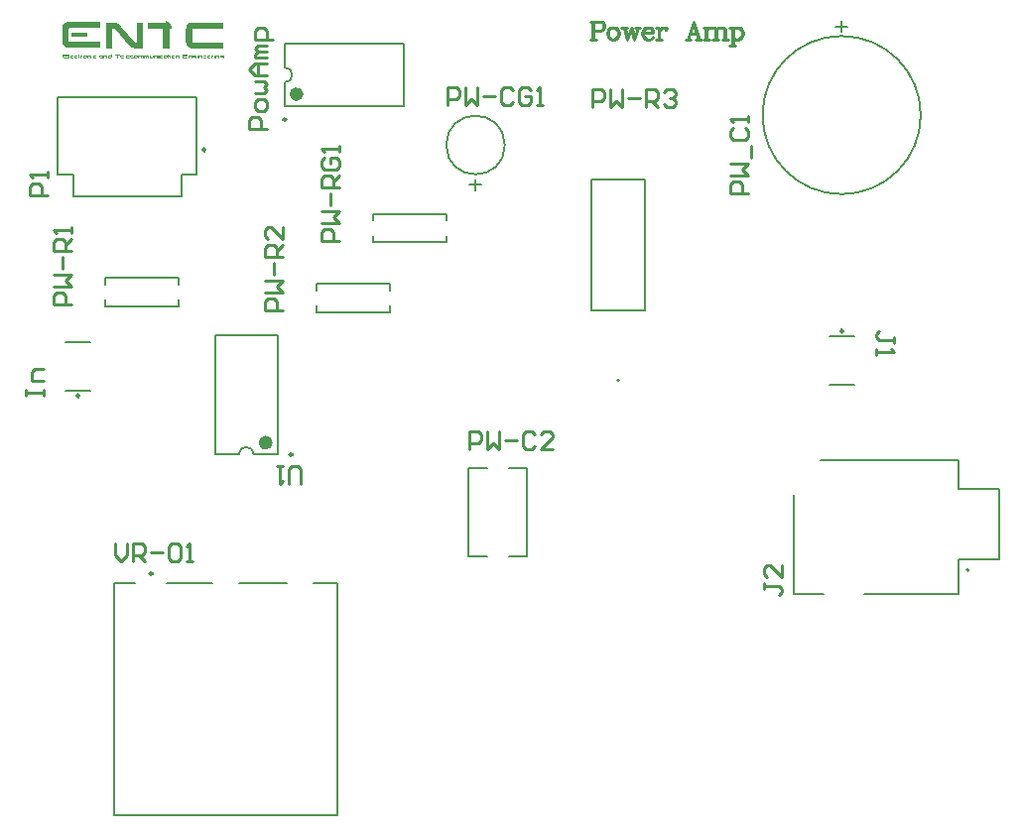
<source format=gto>
G04*
G04 #@! TF.GenerationSoftware,Altium Limited,Altium Designer,25.2.1 (25)*
G04*
G04 Layer_Color=65535*
%FSLAX25Y25*%
%MOIN*%
G70*
G04*
G04 #@! TF.SameCoordinates,C35E73BE-C39F-499D-9B8D-0DC63BFC9BBD*
G04*
G04*
G04 #@! TF.FilePolarity,Positive*
G04*
G01*
G75*
%ADD10C,0.00984*%
%ADD11C,0.00787*%
%ADD12C,0.02362*%
%ADD13C,0.00600*%
%ADD14C,0.00500*%
%ADD15C,0.01000*%
%ADD16C,0.00591*%
G36*
X126131Y313880D02*
Y313820D01*
Y313211D01*
X126070D01*
Y313272D01*
X120657D01*
Y313211D01*
X120596D01*
Y313272D01*
X120535D01*
Y313333D01*
X120596D01*
Y314549D01*
X120535D01*
Y314610D01*
X120596D01*
Y314671D01*
X126131D01*
Y313880D01*
D02*
G37*
G36*
X144804Y309440D02*
X142006D01*
Y309501D01*
X141641D01*
Y309562D01*
X141459D01*
Y309623D01*
X141276D01*
Y309683D01*
X141094D01*
Y309744D01*
X140972D01*
Y309805D01*
X140911D01*
Y309866D01*
X140790D01*
Y309927D01*
X140668D01*
Y309988D01*
X140607D01*
Y310049D01*
X140546D01*
Y310109D01*
X140425D01*
Y310170D01*
X140364D01*
Y310231D01*
X140303D01*
Y310292D01*
X140242D01*
Y310353D01*
X140181D01*
Y310413D01*
X140121D01*
Y310474D01*
X140060D01*
Y310535D01*
X139999D01*
Y310596D01*
X139938D01*
Y310718D01*
X139877D01*
Y310778D01*
X139816D01*
Y310839D01*
X139756D01*
Y310900D01*
X139695D01*
Y310961D01*
X139634D01*
Y311022D01*
X139573D01*
Y311143D01*
X139512D01*
Y311204D01*
X139452D01*
Y311265D01*
X139391D01*
Y311326D01*
X139330D01*
Y311387D01*
X139269D01*
Y311447D01*
X139208D01*
Y311569D01*
X139147D01*
Y311630D01*
X139087D01*
Y311691D01*
X139026D01*
Y311752D01*
X138965D01*
Y311812D01*
X138904D01*
Y311873D01*
X138843D01*
Y311995D01*
X138783D01*
Y312056D01*
X138722D01*
Y312117D01*
X138661D01*
Y312177D01*
X138600D01*
Y312238D01*
X138539D01*
Y312299D01*
X138478D01*
Y312421D01*
X138417D01*
Y312481D01*
X138357D01*
Y312542D01*
X138296D01*
Y312603D01*
X138235D01*
Y312664D01*
X138174D01*
Y312725D01*
X138113D01*
Y312846D01*
X138053D01*
Y312907D01*
X137992D01*
Y312968D01*
X137931D01*
Y313029D01*
X137870D01*
Y313090D01*
X137809D01*
Y313151D01*
X137749D01*
Y313272D01*
X137688D01*
Y313333D01*
X137627D01*
Y313394D01*
X137566D01*
Y313455D01*
X137505D01*
Y313515D01*
X137444D01*
Y313576D01*
X137383D01*
Y313698D01*
X137323D01*
Y313759D01*
X137262D01*
Y313820D01*
X137201D01*
Y313880D01*
X137140D01*
Y313941D01*
X137079D01*
Y314002D01*
X137019D01*
Y314124D01*
X136958D01*
Y314184D01*
X136897D01*
Y314245D01*
X136836D01*
Y314306D01*
X136775D01*
Y314367D01*
X136714D01*
Y314428D01*
X136654D01*
Y314549D01*
X136593D01*
Y314610D01*
X136532D01*
Y314671D01*
X136471D01*
Y314732D01*
X136410D01*
Y314793D01*
X136349D01*
Y314854D01*
X136289D01*
Y314975D01*
X136228D01*
Y315036D01*
X136167D01*
Y315097D01*
X136106D01*
Y315158D01*
X136045D01*
Y315219D01*
X135985D01*
Y315279D01*
X135924D01*
Y315401D01*
X135863D01*
Y315462D01*
X135802D01*
Y315523D01*
X135741D01*
Y315583D01*
X135680D01*
Y315644D01*
X135620D01*
Y315705D01*
X135559D01*
Y315766D01*
X135437D01*
Y315827D01*
X135376D01*
Y315888D01*
X135255D01*
Y315949D01*
X135194D01*
Y316009D01*
X135011D01*
Y316070D01*
X134829D01*
Y316131D01*
X134464D01*
Y309440D01*
X132396D01*
Y318138D01*
X135255D01*
Y318077D01*
X135559D01*
Y318017D01*
X135741D01*
Y317956D01*
X135924D01*
Y317895D01*
X136045D01*
Y317834D01*
X136167D01*
Y317773D01*
X136289D01*
Y317712D01*
X136349D01*
Y317652D01*
X136471D01*
Y317591D01*
X136532D01*
Y317530D01*
X136654D01*
Y317469D01*
X136714D01*
Y317408D01*
X136775D01*
Y317347D01*
X136836D01*
Y317287D01*
X136897D01*
Y317226D01*
X136958D01*
Y317165D01*
X137019D01*
Y317104D01*
X137079D01*
Y317043D01*
X137140D01*
Y316983D01*
X137201D01*
Y316922D01*
X137262D01*
Y316861D01*
X137323D01*
Y316800D01*
X137383D01*
Y316678D01*
X137444D01*
Y316617D01*
X137505D01*
Y316557D01*
X137566D01*
Y316496D01*
X137627D01*
Y316435D01*
X137688D01*
Y316374D01*
X137749D01*
Y316253D01*
X137809D01*
Y316192D01*
X137870D01*
Y316131D01*
X137931D01*
Y316070D01*
X137992D01*
Y316009D01*
X138053D01*
Y315949D01*
X138113D01*
Y315888D01*
X138174D01*
Y315766D01*
X138235D01*
Y315705D01*
X138296D01*
Y315644D01*
X138357D01*
Y315583D01*
X138417D01*
Y315523D01*
X138478D01*
Y315462D01*
X138539D01*
Y315401D01*
X138600D01*
Y315279D01*
X138661D01*
Y315219D01*
X138722D01*
Y315158D01*
X138783D01*
Y315097D01*
X138843D01*
Y315036D01*
X138904D01*
Y314975D01*
X138965D01*
Y314854D01*
X139026D01*
Y314793D01*
X139087D01*
Y314732D01*
X139147D01*
Y314671D01*
X139208D01*
Y314610D01*
X139269D01*
Y314549D01*
X139330D01*
Y314489D01*
X139391D01*
Y314367D01*
X139452D01*
Y314306D01*
X139512D01*
Y314245D01*
X139573D01*
Y314184D01*
X139634D01*
Y314124D01*
X139695D01*
Y314063D01*
X139756D01*
Y313941D01*
X139816D01*
Y313880D01*
X139877D01*
Y313820D01*
X139938D01*
Y313759D01*
X139999D01*
Y313698D01*
X140060D01*
Y313637D01*
X140121D01*
Y313576D01*
X140181D01*
Y313455D01*
X140242D01*
Y313394D01*
X140303D01*
Y313333D01*
X140364D01*
Y313272D01*
X140425D01*
Y313211D01*
X140486D01*
Y313151D01*
X140546D01*
Y313029D01*
X140607D01*
Y312968D01*
X140668D01*
Y312907D01*
X140729D01*
Y312846D01*
X140790D01*
Y312786D01*
X140850D01*
Y312725D01*
X140911D01*
Y312664D01*
X140972D01*
Y312542D01*
X141033D01*
Y312481D01*
X141094D01*
Y312421D01*
X141155D01*
Y312360D01*
X141216D01*
Y312299D01*
X141276D01*
Y312238D01*
X141337D01*
Y312117D01*
X141398D01*
Y312056D01*
X141459D01*
Y311995D01*
X141520D01*
Y311934D01*
X141580D01*
Y311873D01*
X141702D01*
Y311812D01*
X141763D01*
Y311752D01*
X141824D01*
Y311691D01*
X141945D01*
Y311630D01*
X142067D01*
Y311569D01*
X142189D01*
Y311508D01*
X142371D01*
Y311447D01*
X142736D01*
Y318138D01*
X144804D01*
Y309440D01*
D02*
G37*
G36*
X130267Y316313D02*
X120170D01*
Y316253D01*
X120048D01*
Y316192D01*
X119927D01*
Y316070D01*
X119866D01*
Y311812D01*
X119927D01*
Y311752D01*
X119988D01*
Y311691D01*
X120109D01*
Y311630D01*
X130267D01*
Y311569D01*
X130328D01*
Y309623D01*
X130267D01*
Y309562D01*
X120170D01*
Y309623D01*
X119501D01*
Y309683D01*
X119258D01*
Y309744D01*
X119014D01*
Y309805D01*
X118832D01*
Y309866D01*
X118710D01*
Y309927D01*
X118589D01*
Y309988D01*
X118528D01*
Y310049D01*
X118406D01*
Y310109D01*
X118345D01*
Y310170D01*
X118284D01*
Y310231D01*
X118224D01*
Y310292D01*
X118163D01*
Y310353D01*
X118102D01*
Y310413D01*
X118041D01*
Y310535D01*
X117980D01*
Y310657D01*
X117920D01*
Y310778D01*
X117859D01*
Y310900D01*
X117798D01*
Y311143D01*
X117737D01*
Y316739D01*
X117798D01*
Y316983D01*
X117859D01*
Y317165D01*
X117920D01*
Y317287D01*
X117980D01*
Y317408D01*
X118041D01*
Y317469D01*
X118102D01*
Y317530D01*
X118163D01*
Y317652D01*
X118224D01*
Y317712D01*
X118345D01*
Y317773D01*
X118406D01*
Y317834D01*
X118467D01*
Y317895D01*
X118589D01*
Y317956D01*
X118649D01*
Y318017D01*
X118771D01*
Y318077D01*
X118954D01*
Y318138D01*
X119136D01*
Y318199D01*
X119379D01*
Y318260D01*
X119805D01*
Y318321D01*
X130267D01*
Y316313D01*
D02*
G37*
G36*
X171810Y316131D02*
X161653D01*
Y316070D01*
X161531D01*
Y316009D01*
X161470D01*
Y315949D01*
X161409D01*
Y315888D01*
Y315827D01*
Y311630D01*
X161470D01*
Y311569D01*
X161531D01*
Y311508D01*
X161653D01*
Y311447D01*
X171871D01*
Y309440D01*
X161227D01*
Y309501D01*
X160862D01*
Y309562D01*
X160619D01*
Y309623D01*
X160436D01*
Y309683D01*
X160314D01*
Y309744D01*
X160193D01*
Y309805D01*
X160071D01*
Y309866D01*
X160010D01*
Y309927D01*
X159889D01*
Y309988D01*
X159828D01*
Y310049D01*
X159767D01*
Y310109D01*
X159706D01*
Y310170D01*
X159645D01*
Y310292D01*
X159584D01*
Y310353D01*
X159524D01*
Y310474D01*
X159463D01*
Y310596D01*
X159402D01*
Y310778D01*
X159341D01*
Y310961D01*
X159280D01*
Y311508D01*
X159220D01*
Y316070D01*
X159280D01*
Y316617D01*
X159341D01*
Y316861D01*
X159402D01*
Y316983D01*
X159463D01*
Y317104D01*
X159524D01*
Y317226D01*
X159584D01*
Y317347D01*
X159645D01*
Y317408D01*
X159706D01*
Y317469D01*
X159767D01*
Y317530D01*
X159828D01*
Y317591D01*
X159889D01*
Y317652D01*
X159950D01*
Y317712D01*
X160071D01*
Y317773D01*
X160193D01*
Y317834D01*
X160254D01*
Y317895D01*
X160436D01*
Y317956D01*
X160619D01*
Y318017D01*
X160801D01*
Y318077D01*
X161166D01*
Y318138D01*
X171810D01*
Y316131D01*
D02*
G37*
G36*
X152590Y318503D02*
X152711D01*
Y318442D01*
X152894D01*
Y318381D01*
X153015D01*
Y318321D01*
X153137D01*
Y318260D01*
X153198D01*
Y318199D01*
X153320D01*
Y318138D01*
X153380D01*
Y318077D01*
X153441D01*
Y318017D01*
X153563D01*
Y317956D01*
X153624D01*
Y317895D01*
X153684D01*
Y317834D01*
X153745D01*
Y317773D01*
X153806D01*
Y317712D01*
X153867D01*
Y317591D01*
X153928D01*
Y317530D01*
X153989D01*
Y317469D01*
X154050D01*
Y317347D01*
X154110D01*
Y317226D01*
X154171D01*
Y317104D01*
X154232D01*
Y316983D01*
X154293D01*
Y316800D01*
X154354D01*
Y316678D01*
Y316617D01*
Y316496D01*
X154414D01*
Y316131D01*
X153684D01*
Y309197D01*
X151556D01*
Y315888D01*
X146446D01*
Y317895D01*
X152286D01*
Y318017D01*
X152346D01*
Y318199D01*
X152407D01*
Y318381D01*
X152468D01*
Y318503D01*
X152529D01*
Y318564D01*
X152590D01*
Y318503D01*
D02*
G37*
G36*
X169012Y307190D02*
X168708D01*
Y307372D01*
X169012D01*
Y307190D01*
D02*
G37*
G36*
X163295D02*
X162991D01*
Y307372D01*
X163295D01*
Y307190D01*
D02*
G37*
G36*
X154110D02*
X153806D01*
Y307372D01*
X154110D01*
Y307190D01*
D02*
G37*
G36*
X150278Y307311D02*
Y307250D01*
X150217D01*
Y307190D01*
X149974D01*
Y307250D01*
X149913D01*
Y307372D01*
X150278D01*
Y307311D01*
D02*
G37*
G36*
X127895D02*
Y307250D01*
Y307190D01*
X127591D01*
Y307372D01*
X127895D01*
Y307311D01*
D02*
G37*
G36*
X137140Y307068D02*
X137079D01*
Y307129D01*
X136471D01*
Y307068D01*
X136410D01*
Y306764D01*
Y306703D01*
Y306156D01*
X136106D01*
Y307068D01*
X136045D01*
Y307129D01*
X135437D01*
Y307068D01*
X135376D01*
Y307129D01*
X135316D01*
Y307372D01*
X137140D01*
Y307068D01*
D02*
G37*
G36*
X119684Y307129D02*
X119623D01*
Y307068D01*
X119562D01*
Y307129D01*
X118224D01*
Y307068D01*
X118163D01*
Y306886D01*
X119684D01*
Y306642D01*
X119623D01*
Y306581D01*
X118163D01*
Y306399D01*
X119684D01*
Y306156D01*
X117980D01*
Y306217D01*
X117920D01*
Y306277D01*
X117859D01*
Y307250D01*
X117920D01*
Y307311D01*
X118041D01*
Y307372D01*
X119684D01*
Y307129D01*
D02*
G37*
G36*
X148271Y306277D02*
X148210D01*
Y306217D01*
X148150D01*
Y306156D01*
X147176D01*
Y306217D01*
X147055D01*
Y306338D01*
X146994D01*
Y307007D01*
X147359D01*
Y306946D01*
X147298D01*
Y306399D01*
X147967D01*
Y307007D01*
X148271D01*
Y306277D01*
D02*
G37*
G36*
X170229Y307007D02*
X170351D01*
Y306946D01*
X170411D01*
Y306886D01*
X170472D01*
Y306156D01*
X170168D01*
Y306764D01*
X170107D01*
Y306825D01*
X169499D01*
Y306156D01*
X169134D01*
Y307007D01*
X169195D01*
Y307068D01*
X170229D01*
Y307007D01*
D02*
G37*
G36*
X169012Y306156D02*
X168708D01*
Y306460D01*
Y306521D01*
Y307068D01*
X169012D01*
Y306156D01*
D02*
G37*
G36*
X168587Y306825D02*
X168100D01*
Y306764D01*
X168039D01*
Y306399D01*
Y306338D01*
Y306217D01*
X168100D01*
Y306156D01*
X167735D01*
Y306825D01*
X167796D01*
Y306946D01*
X167857D01*
Y307007D01*
X167978D01*
Y307068D01*
X168587D01*
Y306825D01*
D02*
G37*
G36*
X167431Y307007D02*
X167553D01*
Y306581D01*
X167492D01*
Y306521D01*
X166640D01*
Y306399D01*
X167553D01*
Y306156D01*
X166458D01*
Y306217D01*
X166397D01*
Y306338D01*
X166336D01*
Y306886D01*
X166397D01*
Y307007D01*
X166519D01*
Y307068D01*
X167431D01*
Y307007D01*
D02*
G37*
G36*
X166032D02*
X166154D01*
Y306581D01*
X166093D01*
Y306521D01*
X165241D01*
Y306399D01*
X166093D01*
Y306338D01*
X166154D01*
Y306156D01*
X165059D01*
Y306217D01*
X164998D01*
Y306277D01*
X164937D01*
Y306886D01*
X164998D01*
Y307007D01*
X165120D01*
Y307068D01*
X166032D01*
Y307007D01*
D02*
G37*
G36*
X164572D02*
X164694D01*
Y306946D01*
X164755D01*
Y306156D01*
X164451D01*
Y306521D01*
Y306581D01*
Y306825D01*
X163781D01*
Y306156D01*
X163477D01*
Y307068D01*
X164572D01*
Y307007D01*
D02*
G37*
G36*
X163295Y306156D02*
X162991D01*
Y307068D01*
X163295D01*
Y306156D01*
D02*
G37*
G36*
X161166Y307007D02*
X161288D01*
Y306946D01*
X161348D01*
Y306156D01*
X161044D01*
Y306825D01*
X160375D01*
Y306156D01*
X160071D01*
Y307068D01*
X161166D01*
Y307007D01*
D02*
G37*
G36*
X159889Y307129D02*
X158429D01*
Y307068D01*
X158368D01*
Y306886D01*
X159889D01*
Y306581D01*
X158368D01*
Y306399D01*
X159889D01*
Y306156D01*
X158186D01*
Y306217D01*
X158125D01*
Y306277D01*
X158064D01*
Y307250D01*
X158125D01*
Y307311D01*
X158246D01*
Y307372D01*
X159889D01*
Y307129D01*
D02*
G37*
G36*
X156847Y307007D02*
X156969D01*
Y306946D01*
X157030D01*
Y306156D01*
X156726D01*
Y306825D01*
X156057D01*
Y306277D01*
Y306217D01*
Y306156D01*
X155753D01*
Y307068D01*
X156847D01*
Y307007D01*
D02*
G37*
G36*
X155388D02*
X155509D01*
Y306946D01*
X155570D01*
Y306277D01*
X155509D01*
Y306217D01*
X155448D01*
Y306156D01*
X154414D01*
Y306217D01*
X154354D01*
Y306277D01*
X154293D01*
Y306886D01*
X154354D01*
Y306946D01*
X154414D01*
Y307007D01*
X154536D01*
Y307068D01*
X155388D01*
Y307007D01*
D02*
G37*
G36*
X154110Y306156D02*
X153806D01*
Y307068D01*
X154110D01*
Y306156D01*
D02*
G37*
G36*
X153502Y307068D02*
X153684D01*
Y306825D01*
X153502D01*
Y306156D01*
X153198D01*
Y306825D01*
X153076D01*
Y306886D01*
X153015D01*
Y307007D01*
X153076D01*
Y307068D01*
X153198D01*
Y307311D01*
X153502D01*
Y307068D01*
D02*
G37*
G36*
X152772Y307007D02*
X152894D01*
Y306886D01*
X152955D01*
Y306277D01*
X152894D01*
Y306217D01*
X152833D01*
Y306156D01*
X151799D01*
Y306217D01*
X151738D01*
Y306581D01*
X151799D01*
Y306642D01*
X151921D01*
Y306703D01*
X152650D01*
Y306825D01*
X151738D01*
Y307068D01*
X152772D01*
Y307007D01*
D02*
G37*
G36*
X151556D02*
Y306825D01*
X150765D01*
Y306399D01*
X151556D01*
Y306156D01*
X150583D01*
Y306217D01*
X150522D01*
Y306277D01*
X150461D01*
Y306946D01*
X150522D01*
Y307007D01*
X150643D01*
Y307068D01*
X151556D01*
Y307007D01*
D02*
G37*
G36*
X150217D02*
X150278D01*
Y306156D01*
X149913D01*
Y306277D01*
Y306338D01*
Y307007D01*
X149974D01*
Y307068D01*
X150217D01*
Y307007D01*
D02*
G37*
G36*
X149548D02*
X149670D01*
Y306946D01*
X149731D01*
Y306886D01*
X149792D01*
Y306521D01*
Y306460D01*
Y306156D01*
X149427D01*
Y306217D01*
X149488D01*
Y306764D01*
X149427D01*
Y306825D01*
X148819D01*
Y306764D01*
X148758D01*
Y306217D01*
X148819D01*
Y306156D01*
X148454D01*
Y307068D01*
X149548D01*
Y307007D01*
D02*
G37*
G36*
X146629D02*
X146750D01*
Y306946D01*
X146811D01*
Y306886D01*
X146872D01*
Y306156D01*
X146507D01*
Y306217D01*
X146568D01*
Y306764D01*
X146507D01*
Y306825D01*
X146142D01*
Y306156D01*
X145838D01*
Y306825D01*
X145473D01*
Y306156D01*
X145108D01*
Y306217D01*
X145169D01*
Y307068D01*
X146629D01*
Y307007D01*
D02*
G37*
G36*
X144743D02*
X144865D01*
Y306946D01*
X144926D01*
Y306217D01*
X144987D01*
Y306156D01*
X144622D01*
Y306825D01*
X144257D01*
Y306764D01*
Y306156D01*
X143953D01*
Y306825D01*
X143527D01*
Y306156D01*
X143223D01*
Y307068D01*
X144743D01*
Y307007D01*
D02*
G37*
G36*
X142858D02*
X142979D01*
Y306946D01*
X143040D01*
Y306825D01*
X143101D01*
Y306399D01*
X143040D01*
Y306217D01*
X142919D01*
Y306156D01*
X141885D01*
Y306217D01*
X141824D01*
Y306338D01*
X141763D01*
Y306886D01*
X141824D01*
Y306946D01*
X141885D01*
Y307007D01*
X142006D01*
Y307068D01*
X142858D01*
Y307007D01*
D02*
G37*
G36*
X141580Y306825D02*
X140790D01*
Y306399D01*
X141580D01*
Y306338D01*
X141641D01*
Y306156D01*
X140607D01*
Y306217D01*
X140546D01*
Y306277D01*
X140486D01*
Y306886D01*
X140546D01*
Y307007D01*
X140668D01*
Y307068D01*
X141580D01*
Y306825D01*
D02*
G37*
G36*
X140181Y307007D02*
X140303D01*
Y306581D01*
X140242D01*
Y306521D01*
X139391D01*
Y306399D01*
X140303D01*
Y306156D01*
X139208D01*
Y306217D01*
X139147D01*
Y306338D01*
X139087D01*
Y306886D01*
X139147D01*
Y307007D01*
X139269D01*
Y307068D01*
X140181D01*
Y307007D01*
D02*
G37*
G36*
X138904Y306156D02*
X138600D01*
Y306581D01*
Y306642D01*
Y307372D01*
X138904D01*
Y306156D01*
D02*
G37*
G36*
X138296Y307007D02*
X138357D01*
Y306946D01*
X138417D01*
Y306581D01*
X138296D01*
Y306521D01*
X137505D01*
Y306399D01*
X138357D01*
Y306338D01*
X138417D01*
Y306156D01*
X137323D01*
Y306217D01*
X137262D01*
Y306277D01*
X137201D01*
Y306338D01*
Y306946D01*
X137262D01*
Y307007D01*
X137383D01*
Y307068D01*
X138296D01*
Y307007D01*
D02*
G37*
G36*
X134342Y306277D02*
X134281D01*
Y306217D01*
X134221D01*
Y306156D01*
X133187D01*
Y306217D01*
X133126D01*
Y306277D01*
X133065D01*
Y306886D01*
X133126D01*
Y307007D01*
X133247D01*
Y307068D01*
X134038D01*
Y307372D01*
X134342D01*
Y306277D01*
D02*
G37*
G36*
X132639Y307007D02*
X132761D01*
Y306946D01*
X132822D01*
Y306886D01*
X132882D01*
Y306156D01*
X132578D01*
Y306764D01*
X132518D01*
Y306825D01*
X131909D01*
Y306156D01*
X131544D01*
Y307007D01*
X131605D01*
Y307068D01*
X132639D01*
Y307007D01*
D02*
G37*
G36*
X131240D02*
X131362D01*
Y306886D01*
X131423D01*
Y306277D01*
X131362D01*
Y306217D01*
X131301D01*
Y306156D01*
X130267D01*
Y306217D01*
X130206D01*
Y306521D01*
Y306581D01*
X130267D01*
Y306642D01*
X130389D01*
Y306703D01*
X131119D01*
Y306764D01*
X131058D01*
Y306825D01*
X130206D01*
Y307068D01*
X131240D01*
Y307007D01*
D02*
G37*
G36*
X129233Y306825D02*
X128442D01*
Y306764D01*
X128381D01*
Y306399D01*
X129172D01*
Y306338D01*
X129233D01*
Y306156D01*
X128199D01*
Y306217D01*
X128138D01*
Y306338D01*
X128077D01*
Y306825D01*
X128138D01*
Y306946D01*
X128199D01*
Y307007D01*
X128321D01*
Y307068D01*
X129233D01*
Y306825D01*
D02*
G37*
G36*
X127895Y306156D02*
X127591D01*
Y307068D01*
X127895D01*
Y306156D01*
D02*
G37*
G36*
X127226Y307007D02*
X127287D01*
Y306946D01*
X127347D01*
Y306886D01*
X127408D01*
Y306156D01*
X127104D01*
Y306825D01*
X126435D01*
Y306156D01*
X126131D01*
Y307068D01*
X127226D01*
Y307007D01*
D02*
G37*
G36*
X125766D02*
X125827D01*
Y306946D01*
X125888D01*
Y306886D01*
X125949D01*
Y306277D01*
X125888D01*
Y306217D01*
X125827D01*
Y306156D01*
X124793D01*
Y306217D01*
X124732D01*
Y306277D01*
X124671D01*
Y306521D01*
Y306581D01*
Y306946D01*
X124732D01*
Y307007D01*
X124854D01*
Y307068D01*
X125766D01*
Y307007D01*
D02*
G37*
G36*
X124549Y306825D02*
X124063D01*
Y306764D01*
X124002D01*
Y306460D01*
Y306399D01*
Y306156D01*
X123698D01*
Y306886D01*
X123759D01*
Y306946D01*
X123820D01*
Y307007D01*
X123941D01*
Y307068D01*
X124549D01*
Y306825D01*
D02*
G37*
G36*
X123394Y307068D02*
X123576D01*
Y306825D01*
X123394D01*
Y306156D01*
X123090D01*
Y306217D01*
X123151D01*
Y306764D01*
X123090D01*
Y306825D01*
X122968D01*
Y307068D01*
X123090D01*
Y307129D01*
X123151D01*
Y307250D01*
X123090D01*
Y307311D01*
X123394D01*
Y307068D01*
D02*
G37*
G36*
X122846Y306825D02*
X122056D01*
Y306399D01*
X122846D01*
Y306156D01*
X121873D01*
Y306217D01*
X121812D01*
Y306277D01*
X121751D01*
Y306886D01*
Y306946D01*
X121812D01*
Y307007D01*
X121934D01*
Y307068D01*
X122846D01*
Y306825D01*
D02*
G37*
G36*
X121447Y307007D02*
X121508D01*
Y306946D01*
X121569D01*
Y306642D01*
X121508D01*
Y306581D01*
X121447D01*
Y306521D01*
X120657D01*
Y306399D01*
X121508D01*
Y306338D01*
X121569D01*
Y306156D01*
X120474D01*
Y306217D01*
X120413D01*
Y306277D01*
X120353D01*
Y306764D01*
Y306825D01*
Y306946D01*
X120413D01*
Y307007D01*
X120535D01*
Y307068D01*
X121447D01*
Y307007D01*
D02*
G37*
G36*
X120170Y306581D02*
Y306521D01*
Y306156D01*
X119866D01*
Y307372D01*
X120170D01*
Y306581D01*
D02*
G37*
G36*
X171749Y307007D02*
X171871D01*
Y306946D01*
X171932D01*
Y305973D01*
X171871D01*
Y305912D01*
X171810D01*
Y305852D01*
X170715D01*
Y306095D01*
X171628D01*
Y306277D01*
X170776D01*
Y306338D01*
X170715D01*
Y306399D01*
X170655D01*
Y306581D01*
Y306642D01*
Y306946D01*
X170715D01*
Y307007D01*
X170837D01*
Y307068D01*
X171749D01*
Y307007D01*
D02*
G37*
G36*
X162626D02*
X162747D01*
Y306946D01*
X162808D01*
Y305973D01*
X162747D01*
Y305912D01*
X162687D01*
Y305852D01*
X161592D01*
Y306095D01*
X162504D01*
Y306277D01*
X161653D01*
Y306338D01*
X161592D01*
Y306399D01*
X161531D01*
Y306946D01*
X161592D01*
Y307007D01*
X161713D01*
Y307068D01*
X162626D01*
Y307007D01*
D02*
G37*
%LPC*%
G36*
X167248Y306825D02*
X166701D01*
Y306764D01*
X166640D01*
Y306703D01*
X167248D01*
Y306825D01*
D02*
G37*
G36*
X165849D02*
X165302D01*
Y306764D01*
X165241D01*
Y306703D01*
X165849D01*
Y306825D01*
D02*
G37*
G36*
X155266D02*
X154597D01*
Y306399D01*
X155266D01*
Y306825D01*
D02*
G37*
G36*
X152650Y306521D02*
X152042D01*
Y306399D01*
X152650D01*
Y306521D01*
D02*
G37*
G36*
X142736Y306825D02*
X142128D01*
Y306764D01*
X142067D01*
Y306399D01*
X142736D01*
Y306764D01*
Y306825D01*
D02*
G37*
G36*
X139999D02*
X139452D01*
Y306764D01*
X139391D01*
Y306703D01*
X139999D01*
Y306825D01*
D02*
G37*
G36*
X138113D02*
X137505D01*
Y306703D01*
X138113D01*
Y306825D01*
D02*
G37*
G36*
X134038D02*
X133369D01*
Y306764D01*
Y306703D01*
Y306399D01*
X134038D01*
Y306825D01*
D02*
G37*
G36*
X131119Y306521D02*
X130510D01*
Y306399D01*
X131119D01*
Y306521D01*
D02*
G37*
G36*
X125644Y306825D02*
X124975D01*
Y306399D01*
X125644D01*
Y306825D01*
D02*
G37*
G36*
X121265D02*
X120657D01*
Y306703D01*
X121265D01*
Y306825D01*
D02*
G37*
G36*
X171628D02*
X170959D01*
Y306521D01*
X171628D01*
Y306825D01*
D02*
G37*
G36*
X162504D02*
X161835D01*
Y306521D01*
X162504D01*
Y306825D01*
D02*
G37*
%LPD*%
D10*
X147992Y132905D02*
G03*
X147992Y132905I-492J0D01*
G01*
X165819Y275394D02*
G03*
X165819Y275394I-492J0D01*
G01*
X379992Y214405D02*
G03*
X379992Y214405I-492J0D01*
G01*
X192874Y285500D02*
G03*
X192874Y285500I-492J0D01*
G01*
X123492Y192720D02*
G03*
X123492Y192720I-492J0D01*
G01*
X194992Y172882D02*
G03*
X194992Y172882I-492J0D01*
G01*
D11*
X406075Y287000D02*
G03*
X406075Y287000I-26575J0D01*
G01*
X192421Y298000D02*
G03*
X192421Y303000I0J2500D01*
G01*
X266342Y276937D02*
G03*
X266342Y276937I-9843J0D01*
G01*
X422242Y134052D02*
G03*
X422242Y134052I-394J0D01*
G01*
X182000Y172921D02*
G03*
X177000Y172921I-2500J0D01*
G01*
X210000Y51764D02*
Y129756D01*
X135000Y51764D02*
X210000D01*
X135000Y129756D02*
X142185D01*
X135000Y51764D02*
Y129756D01*
X202047D02*
X210000D01*
X177047Y129756D02*
X192953D01*
X152815D02*
X167953D01*
X121350Y259646D02*
X157650D01*
X121350D02*
Y267126D01*
X116232D02*
X121350D01*
X116232D02*
Y293110D01*
X162768D01*
Y267126D02*
Y293110D01*
X157650Y267126D02*
X162768D01*
X157650Y259646D02*
Y267126D01*
X132098Y232224D02*
X156902D01*
X132098Y222776D02*
X156902D01*
Y224847D01*
X132098Y230153D02*
Y232224D01*
X156902Y230153D02*
Y232224D01*
X132098Y222776D02*
Y224847D01*
X375366Y212831D02*
X383634D01*
X375366Y196295D02*
Y196413D01*
Y212713D02*
Y212831D01*
Y196295D02*
X383634D01*
Y196413D01*
Y212713D02*
Y212831D01*
X192421Y290067D02*
X232579D01*
X192421Y310933D02*
X232579D01*
X192421Y290067D02*
Y298000D01*
Y303000D02*
Y310933D01*
X232579Y290067D02*
Y310933D01*
X222098Y253724D02*
X246902D01*
X222098Y244276D02*
X246902D01*
Y246346D01*
X222098Y251654D02*
Y253724D01*
X246902Y251654D02*
Y253724D01*
X222098Y244276D02*
Y246346D01*
X203098Y230224D02*
X227902D01*
X203098Y220776D02*
X227902D01*
Y222847D01*
X203098Y228153D02*
Y230224D01*
X227902Y228153D02*
Y230224D01*
X203098Y220776D02*
Y222847D01*
X254157Y138736D02*
X260260D01*
X267740D02*
X273843D01*
Y168264D01*
X254157D02*
X260260D01*
X267740D02*
X273843D01*
X254157Y138736D02*
Y168264D01*
X118866Y194295D02*
X127134D01*
Y210713D02*
Y210831D01*
Y194295D02*
Y194413D01*
X118866Y210831D02*
X127134D01*
X118866Y210713D02*
Y210831D01*
Y194295D02*
Y194413D01*
X189933Y172921D02*
Y213079D01*
X169067Y172921D02*
Y213079D01*
X182000Y172921D02*
X189933D01*
X169067D02*
X177000D01*
X169067Y213079D02*
X189933D01*
D12*
X197539Y294004D02*
G03*
X197539Y294004I-1181J0D01*
G01*
X187177Y176858D02*
G03*
X187177Y176858I-1181J0D01*
G01*
D13*
X304800Y197850D02*
G03*
X304800Y197850I-300J0D01*
G01*
X295550Y221200D02*
X313450D01*
X295550D02*
Y265500D01*
X313450D01*
Y221200D02*
Y265500D01*
D14*
X418669Y137673D02*
X432449D01*
X418669Y125862D02*
Y137673D01*
X387173Y125862D02*
X418669D01*
X363551D02*
X373394D01*
X363551D02*
Y159327D01*
X372410Y171138D02*
X418669D01*
Y161295D02*
Y171138D01*
Y161295D02*
X432449D01*
Y137673D02*
Y161295D01*
D15*
X295857Y318498D02*
Y312500D01*
X296143Y318498D02*
Y312500D01*
X295000Y318498D02*
X298428D01*
X299285Y318213D01*
X299570Y317927D01*
X299856Y317356D01*
Y316499D01*
X299570Y315927D01*
X299285Y315642D01*
X298428Y315356D01*
X296143D01*
X298428Y318498D02*
X298999Y318213D01*
X299285Y317927D01*
X299570Y317356D01*
Y316499D01*
X299285Y315927D01*
X298999Y315642D01*
X298428Y315356D01*
X295000Y312500D02*
X297000D01*
X302370Y316499D02*
X301513Y316213D01*
X300942Y315642D01*
X300656Y314785D01*
Y314213D01*
X300942Y313356D01*
X301513Y312785D01*
X302370Y312500D01*
X302941D01*
X303798Y312785D01*
X304369Y313356D01*
X304655Y314213D01*
Y314785D01*
X304369Y315642D01*
X303798Y316213D01*
X302941Y316499D01*
X302370D01*
X301799Y316213D01*
X301227Y315642D01*
X300942Y314785D01*
Y314213D01*
X301227Y313356D01*
X301799Y312785D01*
X302370Y312500D01*
X302941D02*
X303513Y312785D01*
X304084Y313356D01*
X304369Y314213D01*
Y314785D01*
X304084Y315642D01*
X303513Y316213D01*
X302941Y316499D01*
X306398D02*
X307540Y312500D01*
X306683Y316499D02*
X307540Y313356D01*
X308683Y316499D02*
X307540Y312500D01*
X308683Y316499D02*
X309825Y312500D01*
X308968Y316499D02*
X309825Y313356D01*
X310968Y316499D02*
X309825Y312500D01*
X305541Y316499D02*
X307540D01*
X310111D02*
X311825D01*
X312768Y314785D02*
X316196D01*
Y315356D01*
X315910Y315927D01*
X315624Y316213D01*
X315053Y316499D01*
X314196D01*
X313339Y316213D01*
X312768Y315642D01*
X312482Y314785D01*
Y314213D01*
X312768Y313356D01*
X313339Y312785D01*
X314196Y312500D01*
X314767D01*
X315624Y312785D01*
X316196Y313356D01*
X315910Y314785D02*
Y315642D01*
X315624Y316213D01*
X314196Y316499D02*
X313625Y316213D01*
X313053Y315642D01*
X312768Y314785D01*
Y314213D01*
X313053Y313356D01*
X313625Y312785D01*
X314196Y312500D01*
X317967Y316499D02*
Y312500D01*
X318252Y316499D02*
Y312500D01*
Y314785D02*
X318538Y315642D01*
X319109Y316213D01*
X319680Y316499D01*
X320537D01*
X320823Y316213D01*
Y315927D01*
X320537Y315642D01*
X320252Y315927D01*
X320537Y316213D01*
X317109Y316499D02*
X318252D01*
X317109Y312500D02*
X319109D01*
X329707Y318498D02*
X327707Y312500D01*
X329707Y318498D02*
X331706Y312500D01*
X329707Y317641D02*
X331421Y312500D01*
X328279Y314213D02*
X330850D01*
X327136Y312500D02*
X328850D01*
X330564D02*
X332278D01*
X333906Y316499D02*
Y312500D01*
X334192Y316499D02*
Y312500D01*
Y315642D02*
X334763Y316213D01*
X335620Y316499D01*
X336191D01*
X337048Y316213D01*
X337334Y315642D01*
Y312500D01*
X336191Y316499D02*
X336762Y316213D01*
X337048Y315642D01*
Y312500D01*
X337334Y315642D02*
X337905Y316213D01*
X338762Y316499D01*
X339333D01*
X340190Y316213D01*
X340476Y315642D01*
Y312500D01*
X339333Y316499D02*
X339905Y316213D01*
X340190Y315642D01*
Y312500D01*
X333049Y316499D02*
X334192D01*
X333049Y312500D02*
X335049D01*
X336191D02*
X338191D01*
X339333D02*
X341333D01*
X342647Y316499D02*
Y310500D01*
X342933Y316499D02*
Y310500D01*
Y315642D02*
X343504Y316213D01*
X344075Y316499D01*
X344647D01*
X345503Y316213D01*
X346075Y315642D01*
X346360Y314785D01*
Y314213D01*
X346075Y313356D01*
X345503Y312785D01*
X344647Y312500D01*
X344075D01*
X343504Y312785D01*
X342933Y313356D01*
X344647Y316499D02*
X345218Y316213D01*
X345789Y315642D01*
X346075Y314785D01*
Y314213D01*
X345789Y313356D01*
X345218Y312785D01*
X344647Y312500D01*
X341790Y316499D02*
X342933D01*
X341790Y310500D02*
X343790D01*
X135550Y142848D02*
Y138849D01*
X137549Y136850D01*
X139549Y138849D01*
Y142848D01*
X141548Y136850D02*
Y142848D01*
X144547D01*
X145547Y141848D01*
Y139849D01*
X144547Y138849D01*
X141548D01*
X143547D02*
X145547Y136850D01*
X147546Y139849D02*
X151545D01*
X156543Y142848D02*
X154544D01*
X153544Y141848D01*
Y137850D01*
X154544Y136850D01*
X156543D01*
X157543Y137850D01*
Y141848D01*
X156543Y142848D01*
X159542Y136850D02*
X161542D01*
X160542D01*
Y142848D01*
X159542Y141848D01*
X197650Y162852D02*
Y167850D01*
X196650Y168850D01*
X194651D01*
X193651Y167850D01*
Y162852D01*
X191652Y168850D02*
X189653D01*
X190652D01*
Y162852D01*
X191652Y163852D01*
X348050Y260550D02*
X342052D01*
Y263549D01*
X343052Y264549D01*
X345051D01*
X346051Y263549D01*
Y260550D01*
X342052Y266548D02*
X348050D01*
X346051Y268547D01*
X348050Y270547D01*
X342052D01*
X349050Y272546D02*
Y276545D01*
X343052Y282543D02*
X342052Y281543D01*
Y279544D01*
X343052Y278544D01*
X347050D01*
X348050Y279544D01*
Y281543D01*
X347050Y282543D01*
X348050Y284542D02*
Y286542D01*
Y285542D01*
X342052D01*
X343052Y284542D01*
X210650Y244750D02*
X204652D01*
Y247749D01*
X205652Y248749D01*
X207651D01*
X208651Y247749D01*
Y244750D01*
X204652Y250748D02*
X210650D01*
X208651Y252747D01*
X210650Y254747D01*
X204652D01*
X207651Y256746D02*
Y260745D01*
X210650Y262744D02*
X204652D01*
Y265743D01*
X205652Y266743D01*
X207651D01*
X208651Y265743D01*
Y262744D01*
Y264743D02*
X210650Y266743D01*
X205652Y272741D02*
X204652Y271741D01*
Y269742D01*
X205652Y268742D01*
X209650D01*
X210650Y269742D01*
Y271741D01*
X209650Y272741D01*
X207651D01*
Y270742D01*
X210650Y274740D02*
Y276740D01*
Y275740D01*
X204652D01*
X205652Y274740D01*
X295750Y289650D02*
Y295648D01*
X298749D01*
X299749Y294648D01*
Y292649D01*
X298749Y291649D01*
X295750D01*
X301748Y295648D02*
Y289650D01*
X303747Y291649D01*
X305747Y289650D01*
Y295648D01*
X307746Y292649D02*
X311745D01*
X313744Y289650D02*
Y295648D01*
X316743D01*
X317743Y294648D01*
Y292649D01*
X316743Y291649D01*
X313744D01*
X315743D02*
X317743Y289650D01*
X319742Y294648D02*
X320742Y295648D01*
X322741D01*
X323741Y294648D01*
Y293649D01*
X322741Y292649D01*
X321742D01*
X322741D01*
X323741Y291649D01*
Y290650D01*
X322741Y289650D01*
X320742D01*
X319742Y290650D01*
X191650Y221250D02*
X185652D01*
Y224249D01*
X186652Y225249D01*
X188651D01*
X189651Y224249D01*
Y221250D01*
X185652Y227248D02*
X191650D01*
X189651Y229247D01*
X191650Y231247D01*
X185652D01*
X188651Y233246D02*
Y237245D01*
X191650Y239244D02*
X185652D01*
Y242243D01*
X186652Y243243D01*
X188651D01*
X189651Y242243D01*
Y239244D01*
Y241244D02*
X191650Y243243D01*
Y249241D02*
Y245242D01*
X187651Y249241D01*
X186652D01*
X185652Y248241D01*
Y246242D01*
X186652Y245242D01*
X120650Y223250D02*
X114652D01*
Y226249D01*
X115652Y227249D01*
X117651D01*
X118651Y226249D01*
Y223250D01*
X114652Y229248D02*
X120650D01*
X118651Y231247D01*
X120650Y233247D01*
X114652D01*
X117651Y235246D02*
Y239245D01*
X120650Y241244D02*
X114652D01*
Y244243D01*
X115652Y245243D01*
X117651D01*
X118651Y244243D01*
Y241244D01*
Y243244D02*
X120650Y245243D01*
Y247242D02*
Y249242D01*
Y248242D01*
X114652D01*
X115652Y247242D01*
X247150Y290287D02*
Y296285D01*
X250149D01*
X251149Y295285D01*
Y293286D01*
X250149Y292286D01*
X247150D01*
X253148Y296285D02*
Y290287D01*
X255147Y292286D01*
X257147Y290287D01*
Y296285D01*
X259146Y293286D02*
X263145D01*
X269143Y295285D02*
X268143Y296285D01*
X266144D01*
X265144Y295285D01*
Y291287D01*
X266144Y290287D01*
X268143D01*
X269143Y291287D01*
X275141Y295285D02*
X274141Y296285D01*
X272142D01*
X271142Y295285D01*
Y291287D01*
X272142Y290287D01*
X274141D01*
X275141Y291287D01*
Y293286D01*
X273142D01*
X277140Y290287D02*
X279140D01*
X278140D01*
Y296285D01*
X277140Y295285D01*
X254350Y174650D02*
Y180648D01*
X257349D01*
X258349Y179648D01*
Y177649D01*
X257349Y176649D01*
X254350D01*
X260348Y180648D02*
Y174650D01*
X262347Y176649D01*
X264347Y174650D01*
Y180648D01*
X266346Y177649D02*
X270345D01*
X276343Y179648D02*
X275343Y180648D01*
X273344D01*
X272344Y179648D01*
Y175650D01*
X273344Y174650D01*
X275343D01*
X276343Y175650D01*
X282341Y174650D02*
X278342D01*
X282341Y178649D01*
Y179648D01*
X281341Y180648D01*
X279342D01*
X278342Y179648D01*
X186350Y282350D02*
X180352D01*
Y285349D01*
X181352Y286349D01*
X183351D01*
X184351Y285349D01*
Y282350D01*
X186350Y289348D02*
Y291347D01*
X185350Y292347D01*
X183351D01*
X182351Y291347D01*
Y289348D01*
X183351Y288348D01*
X185350D01*
X186350Y289348D01*
X182351Y294346D02*
X185350D01*
X186350Y295346D01*
X185350Y296345D01*
X186350Y297345D01*
X185350Y298345D01*
X182351D01*
X186350Y300344D02*
X182351D01*
X180352Y302344D01*
X182351Y304343D01*
X186350D01*
X183351D01*
Y300344D01*
X186350Y306342D02*
X182351D01*
Y307342D01*
X183351Y308342D01*
X186350D01*
X183351D01*
X182351Y309341D01*
X183351Y310341D01*
X186350D01*
X188349Y312340D02*
X182351D01*
Y315339D01*
X183351Y316339D01*
X185350D01*
X186350Y315339D01*
Y312340D01*
X112750Y260171D02*
X106752D01*
Y263170D01*
X107752Y264170D01*
X109751D01*
X110751Y263170D01*
Y260171D01*
X112750Y266169D02*
Y268169D01*
Y267169D01*
X106752D01*
X107752Y266169D01*
X353452Y129749D02*
Y127749D01*
Y128749D01*
X358450D01*
X359450Y127749D01*
Y126750D01*
X358450Y125750D01*
X359450Y135747D02*
Y131748D01*
X355451Y135747D01*
X354452D01*
X353452Y134747D01*
Y132748D01*
X354452Y131748D01*
X397048Y210414D02*
Y212414D01*
Y211414D01*
X392050D01*
X391050Y212414D01*
Y213413D01*
X392050Y214413D01*
X391050Y208415D02*
Y206416D01*
Y207415D01*
X397048D01*
X396048Y208415D01*
X105452Y192713D02*
Y194712D01*
Y193713D01*
X111450D01*
Y192713D01*
Y194712D01*
Y197711D02*
X107451D01*
Y200710D01*
X108451Y201710D01*
X111450D01*
D16*
X379450Y314854D02*
Y318790D01*
X377482Y316822D02*
X381418D01*
X256450Y261551D02*
Y265487D01*
X254482Y263519D02*
X258418D01*
M02*

</source>
